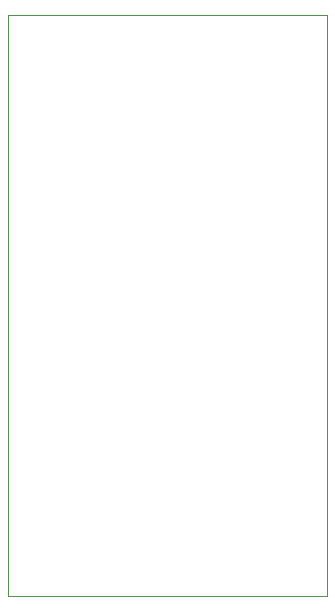
<source format=gbr>
%TF.GenerationSoftware,KiCad,Pcbnew,(5.1.10)-1*%
%TF.CreationDate,2021-07-20T09:59:38-04:00*%
%TF.ProjectId,Smart Tank Current Shunt,536d6172-7420-4546-916e-6b2043757272,rev?*%
%TF.SameCoordinates,Original*%
%TF.FileFunction,Profile,NP*%
%FSLAX46Y46*%
G04 Gerber Fmt 4.6, Leading zero omitted, Abs format (unit mm)*
G04 Created by KiCad (PCBNEW (5.1.10)-1) date 2021-07-20 09:59:38*
%MOMM*%
%LPD*%
G01*
G04 APERTURE LIST*
%TA.AperFunction,Profile*%
%ADD10C,0.050000*%
%TD*%
G04 APERTURE END LIST*
D10*
X139800000Y-68200000D02*
X139800000Y-117400000D01*
X112800000Y-117400000D02*
X139800000Y-117400000D01*
X112800000Y-68200000D02*
X139800000Y-68200000D01*
X112800000Y-68200000D02*
X112800000Y-117400000D01*
M02*

</source>
